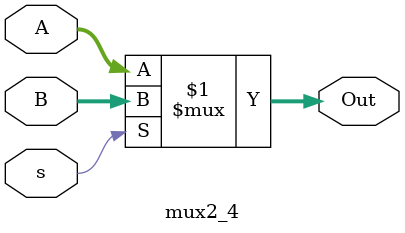
<source format=v>

module mux2_4(output wire [3:0] Out, input wire [3:0] A, input wire [3:0] B, input wire s);
  
  /// Operador ternario para asignar
  assign Out = s ? B : A; /// Segun el valor de s se escogerá A o B

endmodule

</source>
